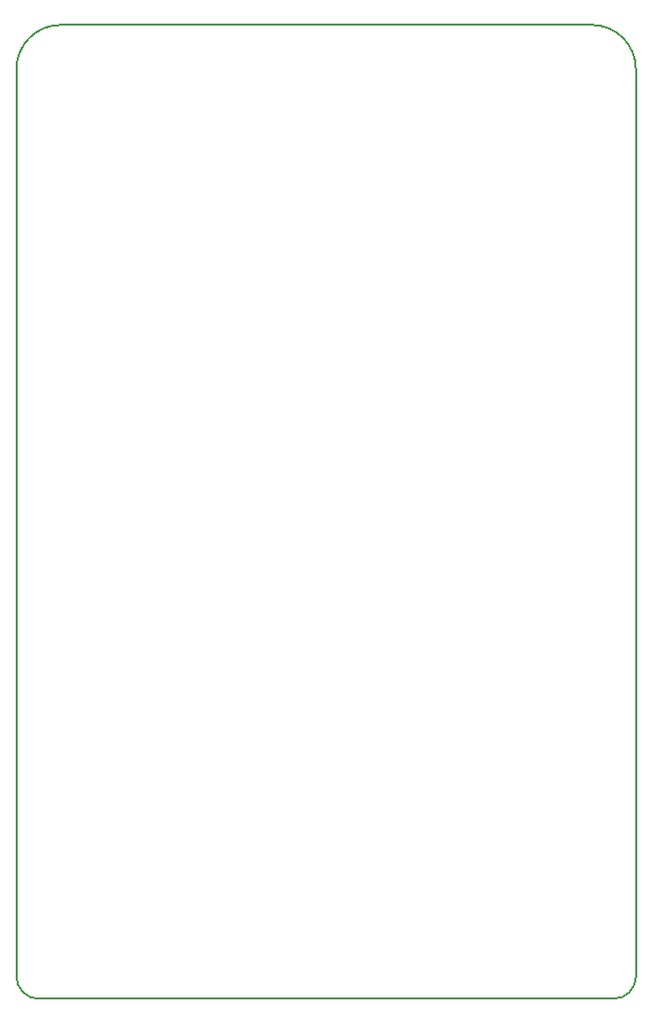
<source format=gm1>
G04 #@! TF.FileFunction,Profile,NP*
%FSLAX46Y46*%
G04 Gerber Fmt 4.6, Leading zero omitted, Abs format (unit mm)*
G04 Created by KiCad (PCBNEW 4.0.5-e0-6337~49~ubuntu16.04.1) date Sat Feb 25 14:31:11 2017*
%MOMM*%
%LPD*%
G01*
G04 APERTURE LIST*
%ADD10C,0.100000*%
%ADD11C,0.150000*%
G04 APERTURE END LIST*
D10*
D11*
X151130000Y-141605000D02*
X151130000Y-142240000D01*
X97790000Y-141605000D02*
X97790000Y-142240000D01*
X151130000Y-141605000D02*
X151130000Y-64135000D01*
X101600000Y-60325000D02*
X147320000Y-60325000D01*
X151130000Y-64135000D02*
G75*
G03X147320000Y-60325000I-3810000J0D01*
G01*
X97790000Y-141605000D02*
X97790000Y-74295000D01*
X149225000Y-144145000D02*
X99695000Y-144145000D01*
X97790000Y-142240000D02*
G75*
G03X99695000Y-144145000I1905000J0D01*
G01*
X149225000Y-144145000D02*
G75*
G03X151130000Y-142240000I0J1905000D01*
G01*
X97790000Y-64135000D02*
X97790000Y-74295000D01*
X101600000Y-60325000D02*
G75*
G03X97790000Y-64135000I0J-3810000D01*
G01*
M02*

</source>
